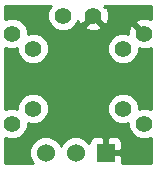
<source format=gtl>
G04 (created by PCBNEW (2013-07-07 BZR 4022)-stable) date 12/16/2014 6:59:02 PM*
%MOIN*%
G04 Gerber Fmt 3.4, Leading zero omitted, Abs format*
%FSLAX34Y34*%
G01*
G70*
G90*
G04 APERTURE LIST*
%ADD10C,0.00590551*%
%ADD11C,0.055*%
%ADD12R,0.06X0.06*%
%ADD13C,0.06*%
%ADD14C,0.01*%
G04 APERTURE END LIST*
G54D10*
G54D11*
X79900Y-56400D03*
X79900Y-54400D03*
X76900Y-56400D03*
X76900Y-54400D03*
X80600Y-53900D03*
X80600Y-56900D03*
X76200Y-56900D03*
X76200Y-53900D03*
G54D12*
X79314Y-57874D03*
G54D13*
X78314Y-57874D03*
X77314Y-57874D03*
G54D11*
X77900Y-53300D03*
X78900Y-53300D03*
G54D10*
G36*
X80830Y-58230D02*
X79862Y-58230D01*
X79864Y-58223D01*
X79865Y-58124D01*
X79865Y-57623D01*
X79864Y-57524D01*
X79826Y-57432D01*
X79756Y-57361D01*
X79664Y-57323D01*
X79427Y-57324D01*
X79364Y-57386D01*
X79364Y-57824D01*
X79802Y-57824D01*
X79864Y-57761D01*
X79865Y-57623D01*
X79865Y-58124D01*
X79864Y-57986D01*
X79802Y-57924D01*
X79364Y-57924D01*
X79364Y-57931D01*
X79264Y-57931D01*
X79264Y-57924D01*
X79257Y-57924D01*
X79257Y-57824D01*
X79264Y-57824D01*
X79264Y-57386D01*
X79202Y-57324D01*
X79197Y-57324D01*
X79197Y-53667D01*
X78900Y-53370D01*
X78602Y-53667D01*
X78627Y-53760D01*
X78824Y-53829D01*
X79032Y-53818D01*
X79172Y-53760D01*
X79197Y-53667D01*
X79197Y-57324D01*
X78965Y-57323D01*
X78873Y-57361D01*
X78803Y-57432D01*
X78765Y-57524D01*
X78764Y-57546D01*
X78626Y-57408D01*
X78424Y-57324D01*
X78206Y-57323D01*
X78003Y-57407D01*
X77848Y-57562D01*
X77814Y-57643D01*
X77781Y-57562D01*
X77626Y-57408D01*
X77424Y-57324D01*
X77206Y-57323D01*
X77003Y-57407D01*
X76848Y-57562D01*
X76765Y-57764D01*
X76764Y-57982D01*
X76848Y-58185D01*
X76893Y-58230D01*
X75969Y-58230D01*
X75969Y-57372D01*
X76095Y-57424D01*
X76303Y-57425D01*
X76497Y-57345D01*
X76644Y-57197D01*
X76724Y-57004D01*
X76725Y-56895D01*
X76795Y-56924D01*
X77003Y-56925D01*
X77197Y-56845D01*
X77344Y-56697D01*
X77424Y-56504D01*
X77425Y-56296D01*
X77345Y-56103D01*
X77197Y-55955D01*
X77004Y-55875D01*
X76796Y-55874D01*
X76603Y-55954D01*
X76455Y-56102D01*
X76375Y-56295D01*
X76374Y-56404D01*
X76304Y-56375D01*
X76096Y-56374D01*
X75969Y-56427D01*
X75969Y-54372D01*
X76095Y-54424D01*
X76303Y-54425D01*
X76375Y-54395D01*
X76374Y-54503D01*
X76454Y-54697D01*
X76602Y-54844D01*
X76795Y-54924D01*
X77003Y-54925D01*
X77197Y-54845D01*
X77344Y-54697D01*
X77424Y-54504D01*
X77425Y-54296D01*
X77345Y-54103D01*
X77197Y-53955D01*
X77004Y-53875D01*
X76796Y-53874D01*
X76724Y-53904D01*
X76725Y-53796D01*
X76645Y-53603D01*
X76497Y-53455D01*
X76304Y-53375D01*
X76096Y-53374D01*
X75969Y-53427D01*
X75969Y-52969D01*
X77487Y-52969D01*
X77455Y-53002D01*
X77375Y-53195D01*
X77374Y-53403D01*
X77454Y-53597D01*
X77602Y-53744D01*
X77795Y-53824D01*
X78003Y-53825D01*
X78197Y-53745D01*
X78344Y-53597D01*
X78397Y-53471D01*
X78439Y-53572D01*
X78532Y-53597D01*
X78829Y-53300D01*
X78823Y-53294D01*
X78894Y-53223D01*
X78900Y-53229D01*
X78905Y-53223D01*
X78976Y-53294D01*
X78970Y-53300D01*
X79267Y-53597D01*
X79360Y-53572D01*
X79429Y-53375D01*
X79418Y-53167D01*
X79360Y-53027D01*
X79267Y-53002D01*
X79301Y-52969D01*
X80830Y-52969D01*
X80830Y-53424D01*
X80675Y-53370D01*
X80467Y-53381D01*
X80327Y-53439D01*
X80302Y-53532D01*
X80600Y-53829D01*
X80605Y-53823D01*
X80676Y-53894D01*
X80670Y-53900D01*
X80676Y-53905D01*
X80605Y-53976D01*
X80600Y-53970D01*
X80594Y-53976D01*
X80523Y-53905D01*
X80529Y-53900D01*
X80232Y-53602D01*
X80139Y-53627D01*
X80070Y-53824D01*
X80074Y-53903D01*
X80004Y-53875D01*
X79796Y-53874D01*
X79603Y-53954D01*
X79455Y-54102D01*
X79429Y-54163D01*
X79375Y-54295D01*
X79374Y-54503D01*
X79454Y-54697D01*
X79602Y-54844D01*
X79795Y-54924D01*
X80003Y-54925D01*
X80197Y-54845D01*
X80344Y-54697D01*
X80424Y-54504D01*
X80425Y-54394D01*
X80524Y-54429D01*
X80732Y-54418D01*
X80830Y-54378D01*
X80830Y-56427D01*
X80704Y-56375D01*
X80496Y-56374D01*
X80424Y-56404D01*
X80425Y-56296D01*
X80345Y-56103D01*
X80197Y-55955D01*
X80004Y-55875D01*
X79796Y-55874D01*
X79603Y-55954D01*
X79455Y-56102D01*
X79375Y-56295D01*
X79374Y-56503D01*
X79454Y-56697D01*
X79602Y-56844D01*
X79795Y-56924D01*
X80003Y-56925D01*
X80075Y-56895D01*
X80074Y-57003D01*
X80154Y-57197D01*
X80302Y-57344D01*
X80495Y-57424D01*
X80703Y-57425D01*
X80830Y-57372D01*
X80830Y-58230D01*
X80830Y-58230D01*
G37*
G54D14*
X80830Y-58230D02*
X79862Y-58230D01*
X79864Y-58223D01*
X79865Y-58124D01*
X79865Y-57623D01*
X79864Y-57524D01*
X79826Y-57432D01*
X79756Y-57361D01*
X79664Y-57323D01*
X79427Y-57324D01*
X79364Y-57386D01*
X79364Y-57824D01*
X79802Y-57824D01*
X79864Y-57761D01*
X79865Y-57623D01*
X79865Y-58124D01*
X79864Y-57986D01*
X79802Y-57924D01*
X79364Y-57924D01*
X79364Y-57931D01*
X79264Y-57931D01*
X79264Y-57924D01*
X79257Y-57924D01*
X79257Y-57824D01*
X79264Y-57824D01*
X79264Y-57386D01*
X79202Y-57324D01*
X79197Y-57324D01*
X79197Y-53667D01*
X78900Y-53370D01*
X78602Y-53667D01*
X78627Y-53760D01*
X78824Y-53829D01*
X79032Y-53818D01*
X79172Y-53760D01*
X79197Y-53667D01*
X79197Y-57324D01*
X78965Y-57323D01*
X78873Y-57361D01*
X78803Y-57432D01*
X78765Y-57524D01*
X78764Y-57546D01*
X78626Y-57408D01*
X78424Y-57324D01*
X78206Y-57323D01*
X78003Y-57407D01*
X77848Y-57562D01*
X77814Y-57643D01*
X77781Y-57562D01*
X77626Y-57408D01*
X77424Y-57324D01*
X77206Y-57323D01*
X77003Y-57407D01*
X76848Y-57562D01*
X76765Y-57764D01*
X76764Y-57982D01*
X76848Y-58185D01*
X76893Y-58230D01*
X75969Y-58230D01*
X75969Y-57372D01*
X76095Y-57424D01*
X76303Y-57425D01*
X76497Y-57345D01*
X76644Y-57197D01*
X76724Y-57004D01*
X76725Y-56895D01*
X76795Y-56924D01*
X77003Y-56925D01*
X77197Y-56845D01*
X77344Y-56697D01*
X77424Y-56504D01*
X77425Y-56296D01*
X77345Y-56103D01*
X77197Y-55955D01*
X77004Y-55875D01*
X76796Y-55874D01*
X76603Y-55954D01*
X76455Y-56102D01*
X76375Y-56295D01*
X76374Y-56404D01*
X76304Y-56375D01*
X76096Y-56374D01*
X75969Y-56427D01*
X75969Y-54372D01*
X76095Y-54424D01*
X76303Y-54425D01*
X76375Y-54395D01*
X76374Y-54503D01*
X76454Y-54697D01*
X76602Y-54844D01*
X76795Y-54924D01*
X77003Y-54925D01*
X77197Y-54845D01*
X77344Y-54697D01*
X77424Y-54504D01*
X77425Y-54296D01*
X77345Y-54103D01*
X77197Y-53955D01*
X77004Y-53875D01*
X76796Y-53874D01*
X76724Y-53904D01*
X76725Y-53796D01*
X76645Y-53603D01*
X76497Y-53455D01*
X76304Y-53375D01*
X76096Y-53374D01*
X75969Y-53427D01*
X75969Y-52969D01*
X77487Y-52969D01*
X77455Y-53002D01*
X77375Y-53195D01*
X77374Y-53403D01*
X77454Y-53597D01*
X77602Y-53744D01*
X77795Y-53824D01*
X78003Y-53825D01*
X78197Y-53745D01*
X78344Y-53597D01*
X78397Y-53471D01*
X78439Y-53572D01*
X78532Y-53597D01*
X78829Y-53300D01*
X78823Y-53294D01*
X78894Y-53223D01*
X78900Y-53229D01*
X78905Y-53223D01*
X78976Y-53294D01*
X78970Y-53300D01*
X79267Y-53597D01*
X79360Y-53572D01*
X79429Y-53375D01*
X79418Y-53167D01*
X79360Y-53027D01*
X79267Y-53002D01*
X79301Y-52969D01*
X80830Y-52969D01*
X80830Y-53424D01*
X80675Y-53370D01*
X80467Y-53381D01*
X80327Y-53439D01*
X80302Y-53532D01*
X80600Y-53829D01*
X80605Y-53823D01*
X80676Y-53894D01*
X80670Y-53900D01*
X80676Y-53905D01*
X80605Y-53976D01*
X80600Y-53970D01*
X80594Y-53976D01*
X80523Y-53905D01*
X80529Y-53900D01*
X80232Y-53602D01*
X80139Y-53627D01*
X80070Y-53824D01*
X80074Y-53903D01*
X80004Y-53875D01*
X79796Y-53874D01*
X79603Y-53954D01*
X79455Y-54102D01*
X79429Y-54163D01*
X79375Y-54295D01*
X79374Y-54503D01*
X79454Y-54697D01*
X79602Y-54844D01*
X79795Y-54924D01*
X80003Y-54925D01*
X80197Y-54845D01*
X80344Y-54697D01*
X80424Y-54504D01*
X80425Y-54394D01*
X80524Y-54429D01*
X80732Y-54418D01*
X80830Y-54378D01*
X80830Y-56427D01*
X80704Y-56375D01*
X80496Y-56374D01*
X80424Y-56404D01*
X80425Y-56296D01*
X80345Y-56103D01*
X80197Y-55955D01*
X80004Y-55875D01*
X79796Y-55874D01*
X79603Y-55954D01*
X79455Y-56102D01*
X79375Y-56295D01*
X79374Y-56503D01*
X79454Y-56697D01*
X79602Y-56844D01*
X79795Y-56924D01*
X80003Y-56925D01*
X80075Y-56895D01*
X80074Y-57003D01*
X80154Y-57197D01*
X80302Y-57344D01*
X80495Y-57424D01*
X80703Y-57425D01*
X80830Y-57372D01*
X80830Y-58230D01*
M02*

</source>
